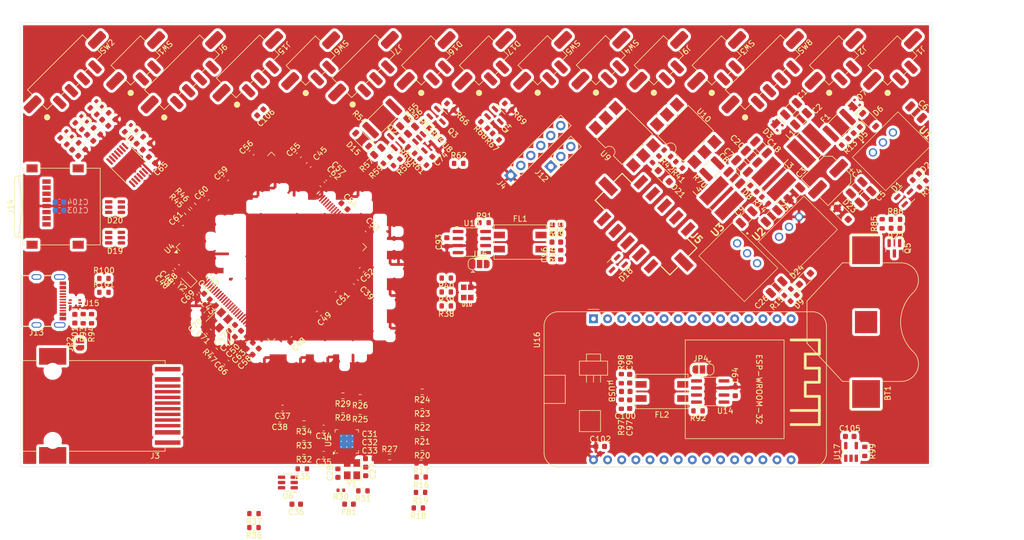
<source format=kicad_pcb>
(kicad_pcb
	(version 20241229)
	(generator "pcbnew")
	(generator_version "9.0")
	(general
		(thickness 1.6)
		(legacy_teardrops no)
	)
	(paper "A4")
	(layers
		(0 "F.Cu" signal)
		(4 "In1.Cu" power)
		(6 "In2.Cu" power)
		(2 "B.Cu" signal)
		(9 "F.Adhes" user "F.Adhesive")
		(11 "B.Adhes" user "B.Adhesive")
		(13 "F.Paste" user)
		(15 "B.Paste" user)
		(5 "F.SilkS" user "F.Silkscreen")
		(7 "B.SilkS" user "B.Silkscreen")
		(1 "F.Mask" user)
		(3 "B.Mask" user)
		(17 "Dwgs.User" user "User.Drawings")
		(19 "Cmts.User" user "User.Comments")
		(21 "Eco1.User" user "User.Eco1")
		(23 "Eco2.User" user "User.Eco2")
		(25 "Edge.Cuts" user)
		(27 "Margin" user)
		(31 "F.CrtYd" user "F.Courtyard")
		(29 "B.CrtYd" user "B.Courtyard")
		(35 "F.Fab" user)
		(33 "B.Fab" user)
		(39 "User.1" user)
		(41 "User.2" user)
		(43 "User.3" user)
		(45 "User.4" user)
		(47 "User.5" user)
		(49 "User.6" user)
		(51 "User.7" user)
		(53 "User.8" user)
		(55 "User.9" user)
	)
	(setup
		(stackup
			(layer "F.SilkS"
				(type "Top Silk Screen")
			)
			(layer "F.Paste"
				(type "Top Solder Paste")
			)
			(layer "F.Mask"
				(type "Top Solder Mask")
				(thickness 0.01)
			)
			(layer "F.Cu"
				(type "copper")
				(thickness 0.035)
			)
			(layer "dielectric 1"
				(type "prepreg")
				(thickness 0.1)
				(material "FR4")
				(epsilon_r 4.5)
				(loss_tangent 0.02)
			)
			(layer "In1.Cu"
				(type "copper")
				(thickness 0.035)
			)
			(layer "dielectric 2"
				(type "core")
				(thickness 1.24)
				(material "FR4")
				(epsilon_r 4.5)
				(loss_tangent 0.02)
			)
			(layer "In2.Cu"
				(type "copper")
				(thickness 0.035)
			)
			(layer "dielectric 3"
				(type "prepreg")
				(thickness 0.1)
				(material "FR4")
				(epsilon_r 4.5)
				(loss_tangent 0.02)
			)
			(layer "B.Cu"
				(type "copper")
				(thickness 0.035)
			)
			(layer "B.Mask"
				(type "Bottom Solder Mask")
				(thickness 0.01)
			)
			(layer "B.Paste"
				(type "Bottom Solder Paste")
			)
			(layer "B.SilkS"
				(type "Bottom Silk Screen")
			)
			(copper_finish "None")
			(dielectric_constraints no)
		)
		(pad_to_mask_clearance 0)
		(allow_soldermask_bridges_in_footprints no)
		(tenting front back)
		(pcbplotparams
			(layerselection 0x00000000_00000000_55555555_5755f5ff)
			(plot_on_all_layers_selection 0x00000000_00000000_00000000_00000000)
			(disableapertmacros no)
			(usegerberextensions no)
			(usegerberattributes yes)
			(usegerberadvancedattributes yes)
			(creategerberjobfile yes)
			(dashed_line_dash_ratio 12.000000)
			(dashed_line_gap_ratio 3.000000)
			(svgprecision 4)
			(plotframeref no)
			(mode 1)
			(useauxorigin no)
			(hpglpennumber 1)
			(hpglpenspeed 20)
			(hpglpendiameter 15.000000)
			(pdf_front_fp_property_popups yes)
			(pdf_back_fp_property_popups yes)
			(pdf_metadata yes)
			(pdf_single_document no)
			(dxfpolygonmode yes)
			(dxfimperialunits yes)
			(dxfusepcbnewfont yes)
			(psnegative no)
			(psa4output no)
			(plot_black_and_white yes)
			(sketchpadsonfab no)
			(plotpadnumbers no)
			(hidednponfab no)
			(sketchdnponfab yes)
			(crossoutdnponfab yes)
			(subtractmaskfromsilk no)
			(outputformat 1)
			(mirror no)
			(drillshape 1)
			(scaleselection 1)
			(outputdirectory "")
		)
	)
	(net 0 "")
	(net 1 "+3V3_FER")
	(net 2 "Earth")
	(net 3 "/Ethernet/LED_G")
	(net 4 "/Ethernet/LED_Y")
	(net 5 "GND")
	(net 6 "+3V3")
	(net 7 "+5V")
	(net 8 "+24V")
	(net 9 "Net-(U3-VI)")
	(net 10 "Net-(U2-VI)")
	(net 11 "/Peripherals/V_{ref}")
	(net 12 "Net-(D15-K)")
	(net 13 "/IEC_Charging_Circuit/CP")
	(net 14 "/IEC_Charging_Circuit/PP")
	(net 15 "V_{In}")
	(net 16 "/Core/EV_Start_Charging")
	(net 17 "Net-(U1-VI)")
	(net 18 "Net-(Q2-G)")
	(net 19 "/IEC_Charging_Circuit/PWM_SENSE")
	(net 20 "/Core/Charging_Point_PWM")
	(net 21 "/Core/~{IMD_Error_LED}")
	(net 22 "Net-(D1-K)")
	(net 23 "+12V")
	(net 24 "/Core/~{AMS_Error_LED}")
	(net 25 "unconnected-(U4G-PB6-Pad164)")
	(net 26 "unconnected-(U4B-PC13-Pad8)")
	(net 27 "unconnected-(U4B-PD4-Pad146)")
	(net 28 "unconnected-(U4B-PG13-Pad156)")
	(net 29 "unconnected-(U4B-PI1-Pad132)")
	(net 30 "unconnected-(U4B-PI8-Pad7)")
	(net 31 "unconnected-(U4G-PB7-Pad165)")
	(net 32 "unconnected-(U4B-PI0-Pad131)")
	(net 33 "/Core/OSC_in")
	(net 34 "/Core/SWCLK")
	(net 35 "unconnected-(U4B-PG3-Pad107)")
	(net 36 "/Core/AMS_Reset_in")
	(net 37 "/Core/AMS_Reset_out")
	(net 38 "/Core/SDC_out")
	(net 39 "unconnected-(U4B-PF8-Pad26)")
	(net 40 "/Core/SWDIO")
	(net 41 "unconnected-(U4B-PC10-Pad139)")
	(net 42 "/Ethernet/RMII_TX_EN")
	(net 43 "/Core/NRST")
	(net 44 "/Core/RMII_nRST")
	(net 45 "unconnected-(U4B-PI9-Pad11)")
	(net 46 "/Ethernet/RMII_RXD1")
	(net 47 "unconnected-(U4B-PI6-Pad175)")
	(net 48 "/Peripherals/USART_RX")
	(net 49 "unconnected-(U4B-PB5-Pad163)")
	(net 50 "unconnected-(U4B-PI3-Pad134)")
	(net 51 "/Peripherals/USB_OTG_VBUS")
	(net 52 "/Peripherals/SDMMC_D0")
	(net 53 "Net-(U4F-BOOT0)")
	(net 54 "unconnected-(U4B-PD7-Pad151)")
	(net 55 "/Core/LED_B")
	(net 56 "/Ethernet/RMII_MDIO")
	(net 57 "/Core/OSC_out")
	(net 58 "unconnected-(U4B-PA15-Pad138)")
	(net 59 "/Peripherals/ESP_RX")
	(net 60 "unconnected-(U4B-PF9-Pad27)")
	(net 61 "/Core/LED_G")
	(net 62 "unconnected-(U4B-PE2-Pad1)")
	(net 63 "/Ethernet/RMII_TXD1")
	(net 64 "/Peripherals/SDMMC_CMD")
	(net 65 "Net-(U4A-VREF+)")
	(net 66 "unconnected-(U4B-PD11-Pad99)")
	(net 67 "/Ethernet/RMII_MDC")
	(net 68 "unconnected-(U4B-PE3-Pad2)")
	(net 69 "/Core/OSC32_in")
	(net 70 "/Peripherals/USART_TX")
	(net 71 "unconnected-(U4B-PA10-Pad121)")
	(net 72 "/Core/LED_R")
	(net 73 "/Ethernet/RMII_RXD0")
	(net 74 "unconnected-(U4B-PC11-Pad140)")
	(net 75 "/Ethernet/RMII_CRS_DV")
	(net 76 "/Core/TRACESWO")
	(net 77 "/Ethernet/RMII_TXD0")
	(net 78 "/Core/OSC32_out")
	(net 79 "unconnected-(U4B-PG9-Pad152)")
	(net 80 "/Ethernet/RMII_REF_CLK")
	(net 81 "unconnected-(U4B-PB2-Pad58)")
	(net 82 "/Ethernet/XTAL2")
	(net 83 "/Ethernet/XTAL1")
	(net 84 "/Peripherals/ESP_TX")
	(net 85 "/Peripherals/STM_CAN_TX")
	(net 86 "/Peripherals/STM_CAN_RX")
	(net 87 "/Peripherals/SDMMC_CK")
	(net 88 "/Peripherals/ESP_CAN_RX")
	(net 89 "/SDC_and_SCS/RSD_in")
	(net 90 "/SDC_and_SCS/RSD_out")
	(net 91 "/Core/CANH")
	(net 92 "/Core/CANL")
	(net 93 "/Peripherals/ESP_CAN_TX")
	(net 94 "Net-(D5-A)")
	(net 95 "Net-(D9-A)")
	(net 96 "/Core/SDC_in")
	(net 97 "Net-(Q3-G)")
	(net 98 "Net-(Q4-G)")
	(net 99 "/Core/SDC_enable")
	(net 100 "VDD")
	(net 101 "Net-(J1-Pin_1)")
	(net 102 "Net-(J2-Pin_1)")
	(net 103 "Net-(U4F-PDR_ON)")
	(net 104 "/Peripherals/SDMMC_D1")
	(net 105 "/Peripherals/SDMMC_D2")
	(net 106 "/Peripherals/SDMMC_D3")
	(net 107 "/Core/SDC_Voltage")
	(net 108 "/Core/TSAL_Green")
	(net 109 "/Core/TS_on")
	(net 110 "/Peripherals/USB_OTG_DP")
	(net 111 "/Peripherals/USB_OTG_DN")
	(net 112 "/Peripherals/D-")
	(net 113 "/Peripherals/D+")
	(net 114 "/Core/Encoder_push")
	(net 115 "/Core/Encoder_A")
	(net 116 "/Core/Encoder_B")
	(net 117 "/Ethernet/RXN")
	(net 118 "/Ethernet/TXN")
	(net 119 "/Ethernet/RXP")
	(net 120 "/Ethernet/TXP")
	(net 121 "/Core/SDC_on")
	(net 122 "/Core/EncB_on")
	(net 123 "/Core/EncPush_on")
	(net 124 "/Core/EncA_on")
	(net 125 "Net-(D16-A)")
	(net 126 "Net-(D16-K)")
	(net 127 "Net-(D17-K)")
	(net 128 "Net-(D17-A)")
	(net 129 "Net-(D7-K)")
	(net 130 "unconnected-(U4B-PH9-Pad86)")
	(net 131 "unconnected-(U4B-PH6-Pad83)")
	(net 132 "unconnected-(U4B-PH7-Pad84)")
	(net 133 "Net-(J13-CC2)")
	(net 134 "Net-(U5-VDDCR)")
	(net 135 "Net-(C39-Pad1)")
	(net 136 "Net-(C45-Pad1)")
	(net 137 "Net-(D11-K)")
	(net 138 "Net-(D12-K)")
	(net 139 "Net-(D13-K)")
	(net 140 "Net-(D14-K)")
	(net 141 "Net-(U15-VBUS)")
	(net 142 "Net-(D2-A)")
	(net 143 "Net-(D8-A)")
	(net 144 "Net-(D10-BK)")
	(net 145 "Net-(D10-GK)")
	(net 146 "Net-(D10-RK)")
	(net 147 "Net-(D11-A)")
	(net 148 "Net-(U13-CANH)")
	(net 149 "Net-(U13-CANL)")
	(net 150 "Net-(U14-CANH)")
	(net 151 "Net-(U14-CANL)")
	(net 152 "Net-(J3-Pad11)")
	(net 153 "Net-(J3-Pad2)")
	(net 154 "unconnected-(J3-NC-Pad9)")
	(net 155 "Net-(J5-Pin_2)")
	(net 156 "Net-(J13-CC1)")
	(net 157 "unconnected-(J13-SBU2-PadB8)")
	(net 158 "unconnected-(J13-SBU1-PadA8)")
	(net 159 "Net-(Q2-D)")
	(net 160 "Net-(R29-Pad1)")
	(net 161 "Net-(J15-Pin_2)")
	(net 162 "Net-(JP4-C)")
	(net 163 "Net-(JP5-C)")
	(net 164 "Net-(U5-TXD0)")
	(net 165 "Net-(U5-TXD1)")
	(net 166 "Net-(U5-TXEN)")
	(net 167 "Net-(U5-RXD0{slash}MODE0)")
	(net 168 "Net-(U5-RXD1{slash}MODE1)")
	(net 169 "Net-(U5-CRS_DV{slash}MODE2)")
	(net 170 "Net-(U5-MDIO)")
	(net 171 "Net-(U5-MDC)")
	(net 172 "Net-(U5-~{INT}{slash}REFCLKO)")
	(net 173 "Net-(U5-RXER{slash}PHYAD0)")
	(net 174 "Net-(U5-RBIAS)")
	(net 175 "Net-(U8--)")
	(net 176 "Net-(R65-Pad1)")
	(net 177 "Net-(R70-Pad2)")
	(net 178 "Net-(U13-Rs)")
	(net 179 "Net-(U14-Rs)")
	(net 180 "Net-(U16-D21)")
	(net 181 "unconnected-(U7-Pad12)")
	(net 182 "unconnected-(U7-Pad10)")
	(net 183 "unconnected-(U9-Pad3)")
	(net 184 "unconnected-(U10-Pad3)")
	(net 185 "unconnected-(U10-Pad5)")
	(net 186 "unconnected-(U16-D26-Pad7)")
	(net 187 "unconnected-(U16-D2-Pad27)")
	(net 188 "unconnected-(U16-VIN-Pad1)")
	(net 189 "unconnected-(U16-D34-Pad12)")
	(net 190 "unconnected-(U16-D39{slash}VN-Pad13)")
	(net 191 "unconnected-(U16-D19-Pad21)")
	(net 192 "unconnected-(U16-D36{slash}VP-Pad14)")
	(net 193 "unconnected-(U16-TX0{slash}D1-Pad18)")
	(net 194 "unconnected-(U16-D14-Pad5)")
	(net 195 "unconnected-(U16-D25-Pad8)")
	(net 196 "unconnected-(U16-D15-Pad28)")
	(net 197 "unconnected-(U16-D13-Pad3)")
	(net 198 "unconnected-(U16-D23-Pad16)")
	(net 199 "unconnected-(U16-D27-Pad6)")
	(net 200 "unconnected-(U16-EN-Pad15)")
	(net 201 "unconnected-(U16-D33-Pad9)")
	(net 202 "unconnected-(U16-D22-Pad17)")
	(net 203 "unconnected-(U16-D35-Pad11)")
	(net 204 "unconnected-(U16-D18-Pad22)")
	(net 205 "unconnected-(U16-D12-Pad4)")
	(net 206 "unconnected-(U16-D32-Pad10)")
	(net 207 "unconnected-(U16-RX0{slash}D3-Pad19)")
	(net 208 "unconnected-(U17-NC-Pad1)")
	(net 209 "Net-(BT1-+)")
	(net 210 "VBAT")
	(net 211 "Net-(D22-A)")
	(net 212 "Net-(Q5-G)")
	(footprint "Package_SO:SOIC-8_3.9x4.9mm_P1.27mm" (layer "F.Cu") (at 187.8 110.410001 180))
	(footprint "Resistor_SMD:R_0603_1608Metric" (layer "F.Cu") (at 124.8 111.49 180))
	(footprint "Capacitor_SMD:C_0603_1608Metric" (layer "F.Cu") (at 87.333274 68.712781 135))
	(footprint "Package_TO_SOT_SMD:SOT-23" (layer "F.Cu") (at 220.933274 84.612781 -90))
	(footprint "Charger:ESP32-WROOM-32-DevKit-30Pin" (layer "F.Cu") (at 166.79 97.315 -90))
	(footprint "LED_SMD:LED_0603_1608Metric" (layer "F.Cu") (at 221.133274 81.012781 180))
	(footprint "Inductor_SMD:L_Wuerth_WE-PD2-Typ-MS" (layer "F.Cu") (at 199.233274 72.112781 -45))
	(footprint "Package_TO_SOT_SMD:SOT-23-3" (layer "F.Cu") (at 149.209872 61.010699 -45))
	(footprint "Resistor_SMD:R_0603_1608Metric" (layer "F.Cu") (at 114.7 121.21 180))
	(footprint "Package_DIP:SMDIP-6_W9.53mm" (layer "F.Cu") (at 172.387045 64.5 135))
	(footprint "FaSTTUBe_connectors:Micro_Mate-N-Lok_2p_vertical" (layer "F.Cu") (at 220.6 50.8 -135))
	(footprint "Resistor_SMD:R_0603_1608Metric" (layer "F.Cu") (at 160.9 81.2 90))
	(footprint "Resistor_SMD:R_0603_1608Metric" (layer "F.Cu") (at 78.7 90.04))
	(footprint "Diode_SMD:D_SOD-123" (layer "F.Cu") (at 216.4 61.479507 -45))
	(footprint "Inductor_SMD:L_0603_1608Metric" (layer "F.Cu") (at 122.8 130.7 180))
	(footprint "Resistor_SMD:R_0603_1608Metric" (layer "F.Cu") (at 74.97 97.3 -90))
	(footprint "LED_SMD:LED_0603_1608Metric" (layer "F.Cu") (at 214.156847 63.32266 -135))
	(footprint "Capacitor_SMD:C_0603_1608Metric" (layer "F.Cu") (at 173.300001 108.100001 90))
	(footprint "Package_TO_SOT_SMD:SOT-23-3" (layer "F.Cu") (at 222.92894 75.212781 45))
	(footprint "Resistor_SMD:R_0603_1608Metric" (layer "F.Cu") (at 105.7 134.91 180))
	(footprint "Resistor_SMD:R_0603_1608Metric" (layer "F.Cu") (at 138.709872 64.510699 -45))
	(footprint "Capacitor_SMD:CP_Elec_6.3x7.7" (layer "F.Cu") (at 209.00392 72.106195 -135))
	(footprint "Resistor_SMD:R_0603_1608Metric" (layer "F.Cu") (at 221.133274 79.412781))
	(footprint "Resistor_SMD:R_0603_1608Metric" (layer "F.Cu") (at 147.109872 62.410699 -45))
	(footprint "Capacitor_SMD:C_0603_1608Metric" (layer "F.Cu") (at 101.750268 98.970221 45))
	(footprint "Charger:173010542" (layer "F.Cu") (at 203.333274 82.112781 45))
	(footprint "FaSTTUBe_connectors:Micro_Mate-N-Lok_2p_vertical" (layer "F.Cu") (at 168.111273 50.744721 -135))
	(footprint "Resistor_SMD:R_0603_1608Metric" (layer "F.Cu") (at 131.37735 69.144729 45))
	(footprint "Capacitor_SMD:C_0603_1608Metric" (layer "F.Cu") (at 97.154074 75.564986 -135))
	(footprint "Resistor_SMD:R_0603_1608Metric" (layer "F.Cu") (at 135.675 128.58 180))
	(footprint "Jumper:SolderJumper-3_P1.3mm_Open_RoundedPad1.0x1.5mm" (layer "F.Cu") (at 146.299998 87.457501))
	(footprint "Resistor_SMD:R_0603_1608Metric" (layer "F.Cu") (at 226.033274 73.012781 45))
	(footprint "Capacitor_SMD:C_0603_1608Metric" (layer "F.Cu") (at 92.770012 92.394128 -135))
	(footprint "Resistor_SMD:R_0603_1608Metric" (layer "F.Cu") (at 114.7 118.7 180))
	(footprint "Resistor_SMD:R_0603_1608Metric" (layer "F.Cu") (at 86.333274 65.112781 135))
	(footprint "Resistor_SMD:R_0603_1608Metric" (layer "F.Cu") (at 135.975 118 180))
	(footprint "FaSTTUBe_connectors:Micro_Mate-N-Lok_4p_vertical"
		(layer "F.Cu")
		(uuid "34a4ad21-6986-43be-8bb4-ac7a18b3f653")
		(at 71.658276 52.891724 -135)
		(property "Reference" "SW2"
			(at -8.650354 -2.156676 45)
			(layer "F.SilkS")
			(uuid "3e2cdc68-f187-46b8-8104-f5d93c778e92")
			(effects
				(font
					(size 1 1)
					(thickness 0.15)
				)
			)
		)
		(property "Value" "RotaryEncoder_Switch"
			(at 0 -5.75 45)
			(layer "F.Fab")
			(uuid "1d717bfe-7ca6-4b92-ae03-b37a919fd5ee")
			(effects
				(font
					(size 1 1)
					(thickness 0.15)
				)
			)
		)
		(property "Datasheet" ""
			(at 0 0 45)
			(layer "F.Fab")
			(hide yes)
			(uuid "6afd2545-d21b-4fb3-83ec-881fc6e67288")
			(effects
				(font
					(size 1.27 1.27)
					(thickness 0.15)
				)
			)
		)
		(property "Description" "Rotary encoder, dual channel, incremental quadrate outputs, with switch"
			(at 0 0 45)
			(layer "F.Fab")
			(hide yes)
			(uuid "ba6df9ff-af8f-46f6-9198-cfe002d44320")
			(effects
				(font
					(size 1.27 1.27)
					(thickness 0.15)
				)
			)
		)
		(property ki_fp_filters "RotaryEncoder*Switch*")
		(path "/486f4a0e-b8d5-42cd-a726-c7aa5b0383fd/594bfb3b-a1de-45e0-9beb-ca7d0725c2d9")
		(sheetname "/Core/")
		(sheetfile "Core.kicad_sch")
		(attr smd)
		(fp_line
			(start 7 2.499999)
			(end 7 1.25)
			(stroke
				(width 0.12)
				(type solid)
			)
			(layer "F.SilkS")
			(uuid "edf0182e-e42a-4920-8dfe-1e6c67192ad9")
		)
		(fp_line
			(start 7 1.25)
			(end 8.249999 1.25)
			(stroke
				(width 0.12)
				(type solid)
			)
			(layer "F.SilkS")
			(uuid "0931e5e9-0726-492a-8adc-06def3ad6a62")
		)
		(fp_line
			(start 8.249999 -1.25)
			(end 7 -1.25)
			(stroke
				(width 0.12)
				(type solid)
			)
			(layer "F.SilkS")
			(uuid "e64d33a7-31b6-496a-b0c0-f8ab83a8a448")
		)
		(fp_line
			(start 7 -2.499999)
			(end 7 -1.25)
			(stroke
				(width 0.12)
				(type solid)
			)
			(layer "F.SilkS")
			(uuid "66cdc35f-ec1b-4cab-af13-3b35ddacbe1f")
		)
		(fp_line
			(start 5.5 -2.5)
			(end 7 -2.499999)
			(stroke
				(width 0.12)
				(type solid)
			)
			(layer "F.SilkS")
			(uuid "98699482-d6bb-4e8d-a677-62b316a2fac2")
		)
		(fp_line
			(start 2.5 -2.5)
			(end 3.5 -2.5)
			(stroke
				(width 0.12)
				(type solid)
			)
			(layer "F.SilkS")
			(uuid "20d9cafd-d05b-417e-be4c-6b42f151a4eb")
		)
		(fp_line
			(start -0.499999 -3.25)
			(end 0.499999 -3.25)
			(stroke
				(width 0.12)
				(type solid)
			)
			(layer "F.SilkS")
			(uuid "1c12ceb4-1108-47b6-90b5-07127859679d")
		)
		(fp_line
			(start -7 2.499999)
			(end 7 2.499999)
			(stroke
				(width 0.12)
				(type solid)
			)
			(layer "F.SilkS")
			(uuid "cab72d28-a292-46fa-a07e-cae56a61d305")
		)
		(fp_line
			(start -7 1.25)
			(end -7 2.499999)
			(stroke
				(width 0.12)
				(type solid)
			)
			(layer "F.SilkS")
			(uuid "1acddb2a-e2d3-4e75-8b6f-9d1b3ded6f26")
		)
		(fp_line
			(start -3.5 -2.5)
			(end -2.5 -2.5)
			(stroke
				(width 0.12)
				(type solid)
			)
			(layer "F.SilkS")
			(uuid "09e3821a-b997-4e58-8dbc-1c0a98a78a2c")
		)
		(fp_line
			(start -8.249999 1.25)
			(end -7 1.25)
			(stroke
				(width 0.12)
				(type solid)
			)
			(layer "F.SilkS")
			(uuid "08fa849d-938c-44c1-bfae-37a2e83e8980")
		)
		(fp_line
			(start -7 -1.25)
			(end -8.249999 -1.25)
			(stroke
				(width 0.12)
				(type solid)
			)
			(layer
... [1680118 chars truncated]
</source>
